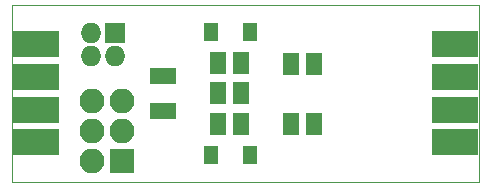
<source format=gbs>
G04 #@! TF.GenerationSoftware,KiCad,Pcbnew,(5.1.0-1348-g4ca769472)*
G04 #@! TF.CreationDate,2019-07-24T13:26:59+02:00*
G04 #@! TF.ProjectId,USB Joystick Adapter 'SINCHAI' (SMD Version),55534220-4a6f-4797-9374-69636b204164,1.0*
G04 #@! TF.SameCoordinates,Original*
G04 #@! TF.FileFunction,Soldermask,Bot*
G04 #@! TF.FilePolarity,Negative*
%FSLAX46Y46*%
G04 Gerber Fmt 4.6, Leading zero omitted, Abs format (unit mm)*
G04 Created by KiCad (PCBNEW (5.1.0-1348-g4ca769472)) date 2019-07-24 13:26:59*
%MOMM*%
%LPD*%
G04 APERTURE LIST*
%ADD10C,0.090000*%
%ADD11R,3.880000X2.246667*%
%ADD12R,1.370000X1.900000*%
%ADD13R,1.750000X1.750000*%
%ADD14O,1.750000X1.750000*%
%ADD15R,2.200000X1.470000*%
%ADD16R,2.100000X2.100000*%
%ADD17O,2.100000X2.100000*%
%ADD18R,1.300000X1.600000*%
G04 APERTURE END LIST*
D10*
X152200000Y-109800000D02*
X112700000Y-109800000D01*
X152200000Y-94800000D02*
X152200000Y-109800000D01*
X112700000Y-94800000D02*
X152200000Y-94800000D01*
X112700000Y-94800000D02*
X112700000Y-109800000D01*
D11*
X150200000Y-98145000D03*
X150200000Y-100915000D03*
X150200000Y-103685000D03*
X150200000Y-106455000D03*
X114700000Y-106455000D03*
X114700000Y-103685000D03*
X114700000Y-100915000D03*
X114700000Y-98145000D03*
D12*
X136303000Y-99771200D03*
X138213000Y-99771200D03*
X136303000Y-104877000D03*
X138213000Y-104877000D03*
X130141000Y-102304000D03*
X132051000Y-102304000D03*
X130141000Y-104854000D03*
X132051000Y-104854000D03*
X130141000Y-99753600D03*
X132051000Y-99753600D03*
D13*
X121396000Y-97150800D03*
D14*
X121396000Y-99150800D03*
X119396000Y-97150800D03*
X119396000Y-99150800D03*
D15*
X125500000Y-103805000D03*
X125500000Y-100795000D03*
D16*
X121996000Y-108001000D03*
D17*
X119456000Y-108001000D03*
X121996000Y-105461000D03*
X119456000Y-105461000D03*
X121996000Y-102921000D03*
X119456000Y-102921000D03*
D18*
X129501000Y-97078800D03*
X132801000Y-97078800D03*
X132801000Y-107518000D03*
X129501000Y-107518000D03*
M02*

</source>
